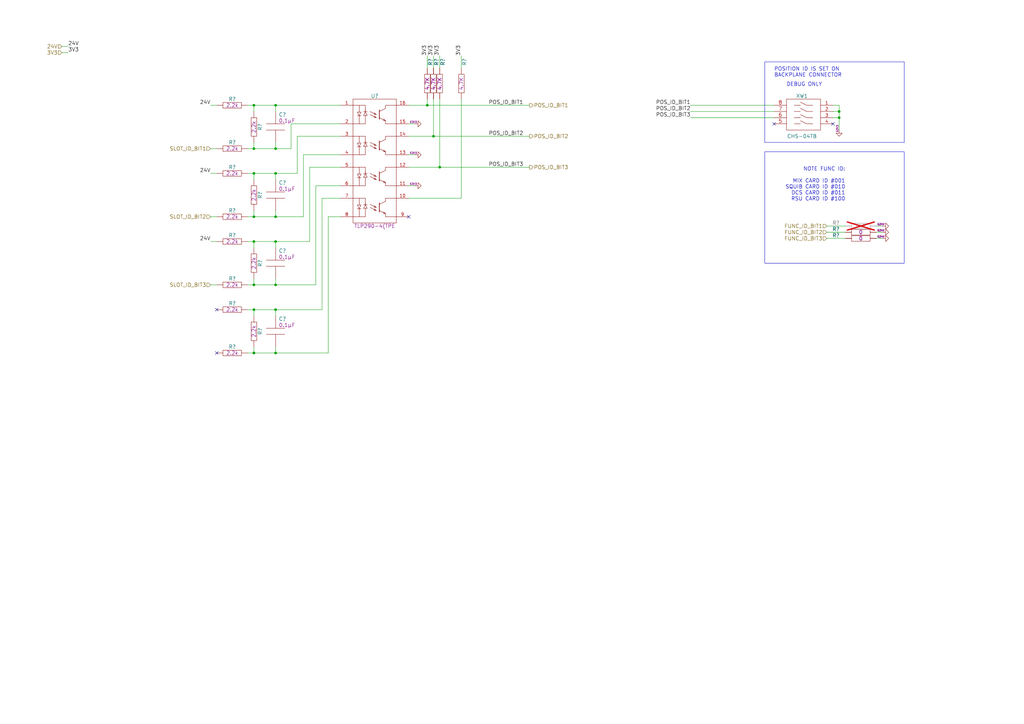
<source format=kicad_sch>
(kicad_sch (version 20230620) (generator eeschema)
  (paper "A3")
  (title_block (title "EOL ECU MIX CARD") (date "2023-09-26") (rev "0C") (company "ARXTRON TECHNOLOGIES") (comment 1 "A0180-V0") (comment 2 "PRJ22180") (comment 3 "EOL ECU RCM8 RCM9") (comment 4 "ANTON TOKARSKYI"))
  (lib_symbols
    (symbol "Capacitor_AVX:06035C104KAZ2A" (pin_numbers hide) (pin_names (offset 1.016))
      (property "Reference" "C" (at -5.08 1.27 90))
      (property "Nominal" "0.1µF" (at -2.54 1.27 90))
      (symbol "06035C104KAZ2A_0_1"
        (polyline (pts (xy -1.27 3.81) (xy -1.27 -3.81)))
        (polyline (pts (xy 1.27 3.81) (xy 1.27 -3.81)))
      )
      (symbol "06035C104KAZ2A_1_1"
        (pin passive line (at -6.35 0 0) (length 5.08) (name "~") (number "1"))
        (pin passive line (at 6.35 0 180) (length 5.08) (name "~") (number "2"))
      )
    )
    (symbol "CopalElectronics:CHS-04TB" (pin_names (offset 1.016))
      (property "Reference" "XW" (at 12.7 3.81 0))
      (property "ManufacturerPartNumber" "CHS-04TB" (at 11.43 -12.7 0))
      (symbol "CHS-04TB_0_1"
        (polyline (pts (xy 13.335 -7.62) (xy 15.875 -7.62)))
        (polyline (pts (xy 13.335 -5.08) (xy 15.875 -5.08)))
        (polyline (pts (xy 13.335 -2.54) (xy 15.875 -2.54)))
        (polyline (pts (xy 13.335 0) (xy 15.875 0)))
        (polyline (pts (xy 13.335 -6.35) (xy 10.795 -7.62) (xy 8.255 -7.62)))
        (polyline (pts (xy 13.335 -3.81) (xy 10.795 -5.08) (xy 8.255 -5.08)))
        (polyline (pts (xy 13.335 -1.27) (xy 10.795 -2.54) (xy 8.255 -2.54)))
        (polyline (pts (xy 13.335 1.27) (xy 10.795 0) (xy 8.255 0)))
        (rectangle (start 5.08 2.54) (end 19.05 -10.16))
      )
      (symbol "CHS-04TB_1_1"
        (pin passive line (at 0 0 0) (length 5.08) (name "~") (number "1"))
        (pin passive line (at 0 -2.54 0) (length 5.08) (name "~") (number "2"))
        (pin passive line (at 0 -5.08 0) (length 5.08) (name "~") (number "3"))
        (pin passive line (at 0 -7.62 0) (length 5.08) (name "~") (number "4"))
        (pin passive line (at 24.13 -7.62 180) (length 5.08) (name "~") (number "5"))
        (pin passive line (at 24.13 -5.08 180) (length 5.08) (name "~") (number "6"))
        (pin passive line (at 24.13 -2.54 180) (length 5.08) (name "~") (number "7"))
        (pin passive line (at 24.13 0 180) (length 5.08) (name "~") (number "8"))
      )
    )
    (symbol "Resistor_Yageo:RC0603FR-074K7L" (pin_numbers hide) (pin_names (offset 1.016))
      (property "Reference" "R" (at 0 2.54 0))
      (property "Nominal" "4.7K" (at 0 0 0))
      (symbol "RC0603FR-074K7L_1_1"
        (polyline (pts (xy -3.81 1.143) (xy 3.81 1.143) (xy 3.81 -1.143) (xy -3.81 -1.143) (xy -3.81 1.143)))
        (pin passive line (at -6.35 0 0) (length 2.54) (name "~") (number "1"))
        (pin passive line (at 6.35 0 180) (length 2.54) (name "~") (number "2"))
      )
    )
    (symbol "Resistor_Yageo:RC0603JR-070RL" (pin_numbers hide) (pin_names (offset 1.016))
      (property "Reference" "R" (at 0 2.54 0))
      (property "Nominal" "0" (at 0 0 0))
      (symbol "RC0603JR-070RL_1_1"
        (polyline (pts (xy -3.81 1.143) (xy 3.81 1.143) (xy 3.81 -1.143) (xy -3.81 -1.143) (xy -3.81 1.143)))
        (pin passive line (at -6.35 0 0) (length 2.54) (name "~") (number "1"))
        (pin passive line (at 6.35 0 180) (length 2.54) (name "~") (number "2"))
      )
    )
    (symbol "Resistor_Yageo:RC0603JR-072K2L" (pin_numbers hide) (pin_names (offset 1.016) hide)
      (property "Reference" "R" (at 0 2.54 0))
      (property "Nominal" "2.2k" (at 0 0 0))
      (symbol "RC0603JR-072K2L_1_1"
        (polyline (pts (xy -3.81 1.143) (xy 3.81 1.143) (xy 3.81 -1.143) (xy -3.81 -1.143) (xy -3.81 1.143)))
        (pin passive line (at -6.35 0 0) (length 2.54) (name "~") (number "1"))
        (pin passive line (at 6.35 0 180) (length 2.54) (name "~") (number "2"))
      )
    )
    (symbol "Toshiba:TLP290-4(TPE" (pin_names (offset 0.762) hide)
      (property "Reference" "U" (at 0 7.62 0))
      (property "ManufacturerPartNumber" "TLP290-4(TPE" (at 0 -45.72 0))
      (symbol "TLP290-4(TPE_0_1"
        (rectangle (start -8.89 6.35) (end 8.89 -44.45))
        (polyline (pts (xy -1.905 -38.1) (xy 0.635 -39.37)))
        (polyline (pts (xy -1.905 -36.83) (xy 0.635 -38.1)))
        (polyline (pts (xy -1.905 -25.4) (xy 0.635 -26.67)))
        (polyline (pts (xy -1.905 -24.13) (xy 0.635 -25.4)))
        (polyline (pts (xy -1.905 -12.7) (xy 0.635 -13.97)))
        (polyline (pts (xy -1.905 -11.43) (xy 0.635 -12.7)))
        (polyline (pts (xy -1.905 0) (xy 0.635 -1.27)))
        (polyline (pts (xy -1.905 1.27) (xy 0.635 0)))
        (polyline (pts (xy 0.635 -39.37) (xy -0.381 -39.243)))
        (polyline (pts (xy 0.635 -39.37) (xy -0.127 -38.608)))
        (polyline (pts (xy 0.635 -38.1) (xy -0.381 -37.973)))
        (polyline (pts (xy 0.635 -38.1) (xy -0.127 -37.338)))
        (polyline (pts (xy 0.635 -26.67) (xy -0.381 -26.543)))
        (polyline (pts (xy 0.635 -26.67) (xy -0.127 -25.908)))
        (polyline (pts (xy 0.635 -25.4) (xy -0.381 -25.273)))
        (polyline (pts (xy 0.635 -25.4) (xy -0.127 -24.638)))
        (polyline (pts (xy 0.635 -13.97) (xy -0.381 -13.843)))
        (polyline (pts (xy 0.635 -13.97) (xy -0.127 -13.208)))
        (polyline (pts (xy 0.635 -12.7) (xy -0.381 -12.573)))
        (polyline (pts (xy 0.635 -12.7) (xy -0.127 -11.938)))
        (polyline (pts (xy 0.635 -1.27) (xy -0.381 -1.143)))
        (polyline (pts (xy 0.635 -1.27) (xy -0.127 -0.508)))
        (polyline (pts (xy 0.635 0) (xy -0.381 0.127)))
        (polyline (pts (xy 0.635 0) (xy -0.127 0.762)))
        (polyline (pts (xy 1.905 -39.37) (xy 4.445 -40.64)))
        (polyline (pts (xy 1.905 -36.195) (xy 1.905 -40.005)) (stroke (width 0.254)))
        (polyline (pts (xy 1.905 -26.67) (xy 4.445 -27.94)))
        (polyline (pts (xy 1.905 -23.495) (xy 1.905 -27.305)) (stroke (width 0.254)))
        (polyline (pts (xy 1.905 -13.97) (xy 4.445 -15.24)))
        (polyline (pts (xy 1.905 -10.795) (xy 1.905 -14.605)) (stroke (width 0.254)))
        (polyline (pts (xy 1.905 -1.27) (xy 4.445 -2.54)))
        (polyline (pts (xy 1.905 1.905) (xy 1.905 -1.905)) (stroke (width 0.254)))
        (polyline (pts (xy 4.445 -40.64) (xy 3.429 -40.513)))
        (polyline (pts (xy 4.445 -40.64) (xy 3.683 -39.878)))
        (polyline (pts (xy 4.445 -35.56) (xy 1.905 -36.83)))
        (polyline (pts (xy 4.445 -27.94) (xy 3.429 -27.813)))
        (polyline (pts (xy 4.445 -27.94) (xy 3.683 -27.178)))
        (polyline (pts (xy 4.445 -22.86) (xy 1.905 -24.13)))
        (polyline (pts (xy 4.445 -15.24) (xy 3.429 -15.113)))
        (polyline (pts (xy 4.445 -15.24) (xy 3.683 -14.478)))
        (polyline (pts (xy 4.445 -10.16) (xy 1.905 -11.43)))
        (polyline (pts (xy 4.445 -2.54) (xy 3.429 -2.413)))
        (polyline (pts (xy 4.445 -2.54) (xy 3.683 -1.778)))
        (polyline (pts (xy 4.445 2.54) (xy 1.905 1.27)))
        (polyline (pts (xy 4.445 -40.64) (xy 4.445 -41.91) (xy 8.89 -41.91)))
        (polyline (pts (xy 4.445 -27.94) (xy 4.445 -29.21) (xy 8.89 -29.21)))
        (polyline (pts (xy 4.445 -15.24) (xy 4.445 -16.51) (xy 8.89 -16.51)))
        (polyline (pts (xy 4.445 -2.54) (xy 4.445 -3.81) (xy 8.89 -3.81)))
        (polyline (pts (xy 8.89 -34.29) (xy 4.445 -34.29) (xy 4.445 -35.56)))
        (polyline (pts (xy 8.89 -21.59) (xy 4.445 -21.59) (xy 4.445 -22.86)))
        (polyline (pts (xy 8.89 -8.89) (xy 4.445 -8.89) (xy 4.445 -10.16)))
        (polyline (pts (xy 8.89 3.81) (xy 4.445 3.81) (xy 4.445 2.54)))
      )
      (symbol "TLP290-4(TPE_1_1"
        (polyline (pts (xy -7.112 -38.608) (xy -5.588 -38.608)))
        (polyline (pts (xy -7.112 -25.908) (xy -5.588 -25.908)))
        (polyline (pts (xy -7.112 -13.208) (xy -5.588 -13.208)))
        (polyline (pts (xy -7.112 -0.508) (xy -5.588 -0.508)))
        (polyline (pts (xy -6.35 -38.608) (xy -6.35 -39.37)))
        (polyline (pts (xy -6.35 -25.908) (xy -6.35 -26.67)))
        (polyline (pts (xy -6.35 -13.208) (xy -6.35 -13.97)))
        (polyline (pts (xy -6.35 -0.508) (xy -6.35 -1.27)))
        (polyline (pts (xy -4.572 -36.957) (xy -3.048 -36.957)))
        (polyline (pts (xy -4.572 -24.257) (xy -3.048 -24.257)))
        (polyline (pts (xy -4.572 -11.557) (xy -3.048 -11.557)))
        (polyline (pts (xy -4.572 1.143) (xy -3.048 1.143)))
        (polyline (pts (xy -3.81 -36.957) (xy -3.81 -36.195)))
        (polyline (pts (xy -3.81 -24.257) (xy -3.81 -23.495)))
        (polyline (pts (xy -3.81 -11.557) (xy -3.81 -10.795)))
        (polyline (pts (xy -3.81 1.143) (xy -3.81 1.905)))
        (polyline (pts (xy -8.89 -34.29) (xy -6.35 -34.29) (xy -6.35 -37.084)))
        (polyline (pts (xy -8.89 -21.59) (xy -6.35 -21.59) (xy -6.35 -24.384)))
        (polyline (pts (xy -8.89 -8.89) (xy -6.35 -8.89) (xy -6.35 -11.684)))
        (polyline (pts (xy -8.89 3.81) (xy -6.35 3.81) (xy -6.35 1.016)))
        (polyline (pts (xy -6.35 -41.91) (xy -3.81 -41.91) (xy -3.81 -38.481)))
        (polyline (pts (xy -6.35 -39.37) (xy -6.35 -41.91) (xy -8.89 -41.91)))
        (polyline (pts (xy -6.35 -29.21) (xy -3.81 -29.21) (xy -3.81 -25.781)))
        (polyline (pts (xy -6.35 -26.67) (xy -6.35 -29.21) (xy -8.89 -29.21)))
        (polyline (pts (xy -6.35 -16.51) (xy -3.81 -16.51) (xy -3.81 -13.081)))
        (polyline (pts (xy -6.35 -13.97) (xy -6.35 -16.51) (xy -8.89 -16.51)))
        (polyline (pts (xy -6.35 -3.81) (xy -3.81 -3.81) (xy -3.81 -0.381)))
        (polyline (pts (xy -6.35 -1.27) (xy -6.35 -3.81) (xy -8.89 -3.81)))
        (polyline (pts (xy -3.81 -36.83) (xy -3.81 -34.29) (xy -6.35 -34.29)))
        (polyline (pts (xy -3.81 -24.13) (xy -3.81 -21.59) (xy -6.35 -21.59)))
        (polyline (pts (xy -3.81 -11.43) (xy -3.81 -8.89) (xy -6.35 -8.89)))
        (polyline (pts (xy -3.81 1.27) (xy -3.81 3.81) (xy -6.35 3.81)))
        (polyline (pts (xy -7.112 -37.084) (xy -5.588 -37.084) (xy -6.35 -38.481) (xy -7.112 -37.084)))
        (polyline (pts (xy -7.112 -24.384) (xy -5.588 -24.384) (xy -6.35 -25.781) (xy -7.112 -24.384)))
        (polyline (pts (xy -7.112 -11.684) (xy -5.588 -11.684) (xy -6.35 -13.081) (xy -7.112 -11.684)))
        (polyline (pts (xy -7.112 1.016) (xy -5.588 1.016) (xy -6.35 -0.381) (xy -7.112 1.016)))
        (polyline (pts (xy -4.572 -38.481) (xy -3.048 -38.481) (xy -3.81 -37.084) (xy -4.572 -38.481)))
        (polyline (pts (xy -4.572 -25.781) (xy -3.048 -25.781) (xy -3.81 -24.384) (xy -4.572 -25.781)))
        (polyline (pts (xy -4.572 -13.081) (xy -3.048 -13.081) (xy -3.81 -11.684) (xy -4.572 -13.081)))
        (polyline (pts (xy -4.572 -0.381) (xy -3.048 -0.381) (xy -3.81 1.016) (xy -4.572 -0.381)))
        (pin passive line (at -13.97 3.81 0) (length 5.08) (name "~") (number "1"))
        (pin passive line (at 13.97 -34.29 180) (length 5.08) (name "~") (number "10"))
        (pin passive line (at 13.97 -29.21 180) (length 5.08) (name "~") (number "11"))
        (pin passive line (at 13.97 -21.59 180) (length 5.08) (name "~") (number "12"))
        (pin passive line (at 13.97 -16.51 180) (length 5.08) (name "~") (number "13"))
        (pin passive line (at 13.97 -8.89 180) (length 5.08) (name "~") (number "14"))
        (pin passive line (at 13.97 -3.81 180) (length 5.08) (name "~") (number "15"))
        (pin passive line (at 13.97 3.81 180) (length 5.08) (name "~") (number "16"))
        (pin passive line (at -13.97 -3.81 0) (length 5.08) (name "~") (number "2"))
        (pin passive line (at -13.97 -8.89 0) (length 5.08) (name "~") (number "3"))
        (pin passive line (at -13.97 -16.51 0) (length 5.08) (name "~") (number "4"))
        (pin passive line (at -13.97 -21.59 0) (length 5.08) (name "~") (number "5"))
        (pin passive line (at -13.97 -29.21 0) (length 5.08) (name "~") (number "6"))
        (pin passive line (at -13.97 -34.29 0) (length 5.08) (name "~") (number "7"))
        (pin passive line (at -13.97 -41.91 0) (length 5.08) (name "~") (number "8"))
        (pin passive line (at 13.97 -41.91 180) (length 5.08) (name "~") (number "9"))
      )
    )
    (symbol "_power_symbol:GND_24V" (power) (pin_names (offset 0))
      (property "ShortName" "G24V" (at -0.762 0.635 90))
      (symbol "GND_24V_0_1"
        (polyline (pts (xy 0 0) (xy 0 -1.27) (xy 1.27 -1.27) (xy 0 -2.54) (xy -1.27 -1.27) (xy 0 -1.27)))
      )
      (symbol "GND_24V_1_1"
        (pin power_in line (at 0 0 270) (length 0) hide (name "GND_24V") (number "1"))
      )
    )
    (symbol "_power_symbol:GND_3V3" (power) (pin_names (offset 0))
      (property "ShortName" "G3V3" (at -0.762 0.635 90))
      (symbol "GND_3V3_0_1"
        (polyline (pts (xy 0 0) (xy 0 -1.27) (xy 1.27 -1.27) (xy 0 -2.54) (xy -1.27 -1.27) (xy 0 -1.27)))
      )
      (symbol "GND_3V3_1_1"
        (pin power_in line (at 0 0 270) (length 0) hide (name "GNDD") (number "1"))
      )
    )
  )
  (junction (at 104.14 144.78))
  (junction (at 104.14 88.9))
  (junction (at 177.8 55.88))
  (junction (at 113.03 144.78))
  (junction (at 104.14 43.18))
  (junction (at 113.03 116.84))
  (junction (at 175.26 43.18))
  (junction (at 104.14 127))
  (junction (at 113.03 99.06))
  (junction (at 104.14 71.12))
  (junction (at 113.03 71.12))
  (junction (at 104.14 60.96))
  (junction (at 113.03 43.18))
  (junction (at 113.03 60.96))
  (junction (at 113.03 88.9))
  (junction (at 344.17 45.72))
  (junction (at 104.14 99.06))
  (junction (at 344.17 48.26))
  (junction (at 113.03 127))
  (junction (at 180.34 68.58))
  (junction (at 104.14 116.84))
  (no_connect (at 88.9 144.78))
  (no_connect (at 341.63 50.8))
  (no_connect (at 317.5 50.8))
  (no_connect (at 167.64 88.9))
  (no_connect (at 88.9 127))
  (wire (pts (xy 113.03 60.96) (xy 113.03 58.42)))
  (wire (pts (xy 101.6 88.9) (xy 104.14 88.9)))
  (wire (pts (xy 104.14 88.9) (xy 104.14 86.36)))
  (wire (pts (xy 101.6 99.06) (xy 104.14 99.06)))
  (wire (pts (xy 101.6 116.84) (xy 104.14 116.84)))
  (wire (pts (xy 175.26 27.94) (xy 175.26 22.86)))
  (wire (pts (xy 339.09 95.25) (xy 346.71 95.25)))
  (wire (pts (xy 344.17 43.18) (xy 344.17 45.72)))
  (wire (pts (xy 359.41 97.79) (xy 361.95 97.79)))
  (wire (pts (xy 283.21 43.18) (xy 317.5 43.18)))
  (wire (pts (xy 341.63 48.26) (xy 344.17 48.26)))
  (wire (pts (xy 104.14 71.12) (xy 113.03 71.12)))
  (wire (pts (xy 113.03 127) (xy 132.08 127)))
  (polyline (pts (xy 313.69 25.4) (xy 313.69 58.42)))
  (wire (pts (xy 359.41 92.71) (xy 361.95 92.71)))
  (wire (pts (xy 167.64 50.8) (xy 170.18 50.8)))
  (wire (pts (xy 113.03 101.6) (xy 113.03 99.06)))
  (wire (pts (xy 113.03 88.9) (xy 113.03 86.36)))
  (wire (pts (xy 113.03 45.72) (xy 113.03 43.18)))
  (wire (pts (xy 180.34 27.94) (xy 180.34 22.86)))
  (wire (pts (xy 113.03 144.78) (xy 113.03 142.24)))
  (wire (pts (xy 104.14 101.6) (xy 104.14 99.06)))
  (wire (pts (xy 104.14 45.72) (xy 104.14 43.18)))
  (wire (pts (xy 344.17 45.72) (xy 344.17 48.26)))
  (wire (pts (xy 132.08 81.28) (xy 139.7 81.28)))
  (wire (pts (xy 113.03 73.66) (xy 113.03 71.12)))
  (wire (pts (xy 177.8 40.64) (xy 177.8 55.88)))
  (wire (pts (xy 101.6 144.78) (xy 104.14 144.78)))
  (wire (pts (xy 86.36 88.9) (xy 88.9 88.9)))
  (wire (pts (xy 113.03 129.54) (xy 113.03 127)))
  (wire (pts (xy 129.54 76.2) (xy 129.54 116.84)))
  (wire (pts (xy 113.03 43.18) (xy 139.7 43.18)))
  (wire (pts (xy 177.8 27.94) (xy 177.8 22.86)))
  (polyline (pts (xy 370.84 58.42) (xy 370.84 25.4)))
  (wire (pts (xy 101.6 60.96) (xy 104.14 60.96)))
  (wire (pts (xy 119.38 50.8) (xy 119.38 60.96)))
  (wire (pts (xy 113.03 116.84) (xy 113.03 114.3)))
  (wire (pts (xy 25.4 21.59) (xy 27.94 21.59)))
  (wire (pts (xy 167.64 76.2) (xy 170.18 76.2)))
  (wire (pts (xy 341.63 45.72) (xy 344.17 45.72)))
  (wire (pts (xy 113.03 116.84) (xy 129.54 116.84)))
  (wire (pts (xy 113.03 144.78) (xy 134.62 144.78)))
  (wire (pts (xy 101.6 43.18) (xy 104.14 43.18)))
  (wire (pts (xy 344.17 43.18) (xy 341.63 43.18)))
  (wire (pts (xy 180.34 68.58) (xy 217.17 68.58)))
  (wire (pts (xy 127 68.58) (xy 139.7 68.58)))
  (wire (pts (xy 167.64 55.88) (xy 177.8 55.88)))
  (wire (pts (xy 134.62 88.9) (xy 139.7 88.9)))
  (wire (pts (xy 113.03 88.9) (xy 124.46 88.9)))
  (wire (pts (xy 189.23 40.64) (xy 189.23 81.28)))
  (wire (pts (xy 104.14 144.78) (xy 104.14 142.24)))
  (wire (pts (xy 339.09 97.79) (xy 346.71 97.79)))
  (wire (pts (xy 104.14 60.96) (xy 113.03 60.96)))
  (wire (pts (xy 175.26 43.18) (xy 217.17 43.18)))
  (polyline (pts (xy 313.69 58.42) (xy 370.84 58.42)))
  (wire (pts (xy 167.64 43.18) (xy 175.26 43.18)))
  (wire (pts (xy 113.03 71.12) (xy 121.92 71.12)))
  (wire (pts (xy 180.34 40.64) (xy 180.34 68.58)))
  (wire (pts (xy 359.41 95.25) (xy 361.95 95.25)))
  (wire (pts (xy 104.14 116.84) (xy 104.14 114.3)))
  (wire (pts (xy 113.03 60.96) (xy 119.38 60.96)))
  (wire (pts (xy 127 68.58) (xy 127 99.06)))
  (wire (pts (xy 104.14 116.84) (xy 113.03 116.84)))
  (wire (pts (xy 86.36 116.84) (xy 88.9 116.84)))
  (wire (pts (xy 167.64 81.28) (xy 189.23 81.28)))
  (wire (pts (xy 121.92 71.12) (xy 121.92 55.88)))
  (wire (pts (xy 86.36 43.18) (xy 88.9 43.18)))
  (polyline (pts (xy 370.84 25.4) (xy 313.69 25.4)))
  (wire (pts (xy 86.36 60.96) (xy 88.9 60.96)))
  (wire (pts (xy 101.6 127) (xy 104.14 127)))
  (wire (pts (xy 129.54 76.2) (xy 139.7 76.2)))
  (wire (pts (xy 86.36 71.12) (xy 88.9 71.12)))
  (wire (pts (xy 101.6 71.12) (xy 104.14 71.12)))
  (wire (pts (xy 25.4 19.05) (xy 27.94 19.05)))
  (wire (pts (xy 124.46 63.5) (xy 139.7 63.5)))
  (wire (pts (xy 132.08 127) (xy 132.08 81.28)))
  (wire (pts (xy 86.36 99.06) (xy 88.9 99.06)))
  (wire (pts (xy 119.38 50.8) (xy 139.7 50.8)))
  (wire (pts (xy 339.09 92.71) (xy 346.71 92.71)))
  (wire (pts (xy 104.14 88.9) (xy 113.03 88.9)))
  (wire (pts (xy 189.23 27.94) (xy 189.23 22.86)))
  (wire (pts (xy 344.17 48.26) (xy 344.17 53.34)))
  (wire (pts (xy 104.14 73.66) (xy 104.14 71.12)))
  (wire (pts (xy 175.26 40.64) (xy 175.26 43.18)))
  (wire (pts (xy 104.14 99.06) (xy 113.03 99.06)))
  (wire (pts (xy 104.14 60.96) (xy 104.14 58.42)))
  (wire (pts (xy 104.14 129.54) (xy 104.14 127)))
  (wire (pts (xy 134.62 88.9) (xy 134.62 144.78)))
  (wire (pts (xy 167.64 63.5) (xy 170.18 63.5)))
  (wire (pts (xy 283.21 48.26) (xy 317.5 48.26)))
  (wire (pts (xy 177.8 55.88) (xy 217.17 55.88)))
  (wire (pts (xy 104.14 43.18) (xy 113.03 43.18)))
  (wire (pts (xy 104.14 127) (xy 113.03 127)))
  (wire (pts (xy 124.46 88.9) (xy 124.46 63.5)))
  (wire (pts (xy 283.21 45.72) (xy 317.5 45.72)))
  (wire (pts (xy 167.64 68.58) (xy 180.34 68.58)))
  (wire (pts (xy 121.92 55.88) (xy 139.7 55.88)))
  (wire (pts (xy 113.03 99.06) (xy 127 99.06)))
  (wire (pts (xy 104.14 144.78) (xy 113.03 144.78)))
  (rectangle (start 313.69 62.23) (end 370.84 107.95))
  (text "DEBUG ONLY" (at 322.58 35.56 0) (effects (font (size 1.524 1.524)) (justify left bottom)))
  (text "NOTE FUNC ID:\n\nMIX CARD ID #001\nSQUIB CARD ID #010\nDCS CARD ID #011\nRSU CARD ID #100" (at 346.71 82.55 0) (effects (font (size 1.524 1.524)) (justify right bottom)))
  (text "POSITION ID IS SET ON\nBACKPLANE CONNECTOR" (at 317.5 31.75 0) (effects (font (size 1.524 1.524)) (justify left bottom)))
  (label "3V3" (at 175.26 22.86 90) (effects (font (size 1.524 1.524))))
  (label "3V3" (at 177.8 22.86 90) (effects (font (size 1.524 1.524))))
  (label "3V3" (at 27.94 21.59 0) (effects (font (size 1.524 1.524))))
  (label "24V" (at 27.94 19.05 0) (effects (font (size 1.524 1.524))))
  (label "24V" (at 86.36 99.06 180) (effects (font (size 1.524 1.524))))
  (label "POS_ID_BIT2" (at 283.21 45.72 180) (effects (font (size 1.524 1.524))))
  (label "24V" (at 86.36 71.12 180) (effects (font (size 1.524 1.524))))
  (label "POS_ID_BIT1" (at 214.63 43.18 180) (effects (font (size 1.524 1.524))))
  (label "POS_ID_BIT3" (at 214.63 68.58 180) (effects (font (size 1.524 1.524))))
  (label "POS_ID_BIT1" (at 283.21 43.18 180) (effects (font (size 1.524 1.524))))
  (label "3V3" (at 189.23 22.86 90) (effects (font (size 1.524 1.524))))
  (label "3V3" (at 180.34 22.86 90) (effects (font (size 1.524 1.524))))
  (label "24V" (at 86.36 43.18 180) (effects (font (size 1.524 1.524))))
  (label "POS_ID_BIT2" (at 214.63 55.88 180) (effects (font (size 1.524 1.524))))
  (label "POS_ID_BIT3" (at 283.21 48.26 180) (effects (font (size 1.524 1.524))))
  (hierarchical_label "POS_ID_BIT1" (shape output) (at 217.17 43.18 0) (effects (font (size 1.524 1.524))))
  (hierarchical_label "FUNC_ID_BIT3" (shape input) (at 339.09 97.79 180) (effects (font (size 1.524 1.524))))
  (hierarchical_label "3V3" (shape input) (at 25.4 21.59 180) (effects (font (size 1.524 1.524))))
  (hierarchical_label "SLOT_ID_BIT2" (shape input) (at 86.36 88.9 180) (effects (font (size 1.524 1.524))))
  (hierarchical_label "POS_ID_BIT2" (shape output) (at 217.17 55.88 0) (effects (font (size 1.524 1.524))))
  (hierarchical_label "SLOT_ID_BIT3" (shape input) (at 86.36 116.84 180) (effects (font (size 1.524 1.524))))
  (hierarchical_label "SLOT_ID_BIT1" (shape input) (at 86.36 60.96 180) (effects (font (size 1.524 1.524))))
  (hierarchical_label "POS_ID_BIT3" (shape output) (at 217.17 68.58 0) (effects (font (size 1.524 1.524))))
  (hierarchical_label "FUNC_ID_BIT2" (shape input) (at 339.09 95.25 180) (effects (font (size 1.524 1.524))))
  (hierarchical_label "FUNC_ID_BIT1" (shape input) (at 339.09 92.71 180) (effects (font (size 1.524 1.524))))
  (hierarchical_label "24V" (shape input) (at 25.4 19.05 180) (effects (font (size 1.524 1.524))))
  (symbol (lib_id "Resistor_Yageo:RC0603FR-074K7L") (at 175.26 34.29 270) (unit 1)
    (property "Reference" "R?" (at 176.53 25.4 0) (effects (font (size 1.524 1.524))))
    (property "Value" "RC0603FR-074K7L" (effects hide))
    (property "Footprint" "Resistor_Yageo_RC:RESC1608X65N" (effects hide))
    (property "Description" "RES SMD 4.7K OHM 1% 1/10W 0603" (effects hide))
    (property "SupplierDevicePackage" "R0603" (effects hide))
    (property "ManufacturerPartNumber" "RC0603FR-074K7L" (effects hide))
    (property "SupllierPartNumber" "311-4.7KARCT-ND" (effects hide))
    (property "Supplier" "Digi-Key" (effects hide))
    (property "Power" "1/10W" (effects hide))
    (property "Nominal" "4.7K" (at 175.26 34.29 0) (effects (font (size 1.524 1.524))))
    (property "Manufacturer" "Yageo" (effects hide))
    (property "Tolerance" "5%" (effects hide))
    (property "SupplierPartNumber" "311-4.70KHRTR-ND" (effects hide))
    (instances (project "A0180_eol_ecu_mix" (path "" (reference "R?") (unit 1)) (path "" (reference "R?") (unit 1)) (path "" (reference "R265") (unit 1))))
  )
  (symbol (lib_id "Resistor_Yageo:RC0603JR-072K2L") (at 104.14 52.07 270) (unit 1)
    (property "Reference" "R?" (at 106.68 52.07 0) (effects (font (size 1.524 1.524))))
    (property "Value" "RC0603JR-072K2L" (effects hide))
    (property "Footprint" "Resistor_Yageo_RC:RESC1608X65N" (effects hide))
    (property "Description" "RES SMD 2.2K OHM 5% 1/10W 0603" (effects hide))
    (property "Tolerance" "5%" (effects hide))
    (property "Nominal" "2.2k" (at 104.14 52.07 0) (effects (font (size 1.524 1.524))))
    (property "Power" "1/10W" (effects hide))
    (property "Supplier" "Digi-Key" (effects hide))
    (property "ManufacturerPartNumber" "RC0603JR-072K2L" (effects hide))
    (property "SupplierDevicePackage" "R0603" (effects hide))
    (property "SupllierPartNumber" "311-2.2KERCT-ND" (effects hide))
    (property "Manufacturer" "Yageo" (effects hide))
    (property "SupplierPartNumber" "311-2.2KGRCT-ND" (effects hide))
    (instances (project "A0180_eol_ecu_mix" (path "" (reference "R?") (unit 1)) (path "" (reference "R?") (unit 1)) (path "" (reference "R261") (unit 1))))
  )
  (symbol (lib_id "_power_symbol:GND_3V3") (at 170.18 50.8 90) (mirror x) (unit 1)
    (property "Reference" "#PWR087" (effects hide))
    (property "Value" "GNDD" (effects hide))
    (property "ShortName" "G3V3" (at 169.545 50.038 90) (effects (font (size 0.762 0.762))))
    (instances (project "A0180_eol_ecu_mix" (path "" (reference "#PWR087") (unit 1)) (path "" (reference "#PWR017") (unit 1)) (path "" (reference "#PWR070") (unit 1))))
  )
  (symbol (lib_id "_power_symbol:GND_24V") (at 361.95 97.79 90) (mirror x) (unit 1)
    (property "Reference" "#PWR017" (effects hide))
    (property "Value" "GND_24V" (effects hide))
    (property "Name" "GND_24V" (effects hide))
    (property "ShortName" "G24V" (at 361.315 97.028 90) (effects (font (size 0.762 0.762))))
  )
  (symbol (lib_id "_power_symbol:GND_24V") (at 361.95 95.25 90) (mirror x) (unit 1)
    (property "Reference" "#PWR067" (effects hide))
    (property "Value" "GND_24V" (effects hide))
    (property "Name" "GND_24V" (effects hide))
    (property "ShortName" "G24V" (at 361.315 94.488 90) (effects (font (size 0.762 0.762))))
  )
  (symbol (lib_id "Resistor_Yageo:RC0603FR-074K7L") (at 177.8 34.29 270) (unit 1)
    (property "Reference" "R?" (at 179.07 25.4 0) (effects (font (size 1.524 1.524))))
    (property "Value" "RC0603FR-074K7L" (effects hide))
    (property "Footprint" "Resistor_Yageo_RC:RESC1608X65N" (effects hide))
    (property "Description" "RES SMD 4.7K OHM 1% 1/10W 0603" (effects hide))
    (property "SupplierDevicePackage" "R0603" (effects hide))
    (property "ManufacturerPartNumber" "RC0603FR-074K7L" (effects hide))
    (property "SupllierPartNumber" "311-4.7KARCT-ND" (effects hide))
    (property "Supplier" "Digi-Key" (effects hide))
    (property "Power" "1/10W" (effects hide))
    (property "Nominal" "4.7K" (at 177.8 34.29 0) (effects (font (size 1.524 1.524))))
    (property "Manufacturer" "Yageo" (effects hide))
    (property "Tolerance" "5%" (effects hide))
    (property "SupplierPartNumber" "311-4.70KHRTR-ND" (effects hide))
    (instances (project "A0180_eol_ecu_mix" (path "" (reference "R?") (unit 1)) (path "" (reference "R?") (unit 1)) (path "" (reference "R266") (unit 1))))
  )
  (symbol (lib_id "Resistor_Yageo:RC0603JR-072K2L") (at 95.25 99.06 0) (unit 1)
    (property "Reference" "R?" (at 95.25 96.52 0) (effects (font (size 1.524 1.524))))
    (property "Value" "RC0603JR-072K2L" (effects hide))
    (property "Footprint" "Resistor_Yageo_RC:RESC1608X65N" (effects hide))
    (property "Description" "RES SMD 2.2K OHM 5% 1/10W 0603" (effects hide))
    (property "Nominal" "2.2k" (at 95.25 99.06 0) (effects (font (size 1.524 1.524))))
    (property "Power" "1/10W" (effects hide))
    (property "Supplier" "Digi-Key" (effects hide))
    (property "ManufacturerPartNumber" "RC0603JR-072K2L" (effects hide))
    (property "SupplierDevicePackage" "R0603" (effects hide))
    (property "SupplierPartNumber" "311-2.2KGRCT-ND" (effects hide))
    (property "Manufacturer" "Yageo" (effects hide))
    (property "Tolerance" "5%" (effects hide))
    (instances (project "A0180_eol_ecu_mix" (path "" (reference "R?") (unit 1)) (path "" (reference "R257") (unit 1))))
  )
  (symbol (lib_id "Capacitor_AVX:06035C104KAZ2A") (at 113.03 80.01 270) (unit 1)
    (property "Reference" "C?" (at 114.3 74.93 90) (effects (font (size 1.524 1.524)) (justify left)))
    (property "Value" "06035C104KAZ2A" (effects hide))
    (property "Footprint" "Capacitor_AVX:CAPC1608X90N" (effects hide))
    (property "Description" "CAP CER 0.1UF 50V X7R 0603" (effects hide))
    (property "Tolerance" "±10%" (effects hide))
    (property "Nominal" "0.1µF" (at 114.3 77.47 90) (effects (font (size 1.524 1.524)) (justify left)))
    (property "SupplierDevicePackage" "C0603" (effects hide))
    (property "Voltage" "50V" (effects hide))
    (property "SupllierPartNumber" "478-3352-1-ND" (effects hide))
    (property "Supplier" "Digi-Key" (effects hide))
    (property "ManufacturerPartNumber" "06035C104KAZ2A" (effects hide))
    (property "Manufacturer" "AVX Corporation" (effects hide))
    (property "Type" "X7R" (effects hide))
    (property "SupplierPartNumber" "478-3540-1-ND" (effects hide))
    (instances (project "A0180_eol_ecu_mix" (path "" (reference "C?") (unit 1)) (path "" (reference "C?") (unit 1)) (path "" (reference "C72") (unit 1))))
  )
  (symbol (lib_id "Resistor_Yageo:RC0603JR-070RL") (at 353.06 97.79 0) (mirror x) (unit 1)
    (property "Reference" "R?" (at 342.9 96.52 0) (effects (font (size 1.524 1.524))))
    (property "Value" "RC0603JR-070RL" (effects hide))
    (property "Footprint" "Resistor_Yageo_RC:RESC1608X65N" (effects hide))
    (property "Description" "RES SMD 0.0OHM JUMPER 1/10W 0603" (effects hide))
    (property "SupplierDevicePackage" "R0603" (effects hide))
    (property "ManufacturerPartNumber" "RC0603JR-070RL" (effects hide))
    (property "SupplierPartNumber" "311-0.0GRCT-ND" (effects hide))
    (property "Supplier" "Digi-Key" (effects hide))
    (property "Power" "1/10W" (effects hide))
    (property "Nominal" "0" (at 353.06 97.79 0) (effects (font (size 1.524 1.524))))
    (property "Manufacturer" "Yageo" (effects hide))
    (instances (project "A0180_eol_ecu_mix" (path "" (reference "R?") (unit 1)) (path "" (reference "R271") (unit 1))))
  )
  (symbol (lib_id "Resistor_Yageo:RC0603JR-072K2L") (at 95.25 88.9 0) (unit 1)
    (property "Reference" "R?" (at 95.25 86.36 0) (effects (font (size 1.524 1.524))))
    (property "Value" "RC0603JR-072K2L" (effects hide))
    (property "Footprint" "Resistor_Yageo_RC:RESC1608X65N" (effects hide))
    (property "Description" "RES SMD 2.2K OHM 5% 1/10W 0603" (effects hide))
    (property "Nominal" "2.2k" (at 95.25 88.9 0) (effects (font (size 1.524 1.524))))
    (property "Power" "1/10W" (effects hide))
    (property "Supplier" "Digi-Key" (effects hide))
    (property "ManufacturerPartNumber" "RC0603JR-072K2L" (effects hide))
    (property "SupplierDevicePackage" "R0603" (effects hide))
    (property "SupplierPartNumber" "311-2.2KGRCT-ND" (effects hide))
    (property "Manufacturer" "Yageo" (effects hide))
    (property "Tolerance" "5%" (effects hide))
    (instances (project "A0180_eol_ecu_mix" (path "" (reference "R?") (unit 1)) (path "" (reference "R256") (unit 1))))
  )
  (symbol (lib_id "Capacitor_AVX:06035C104KAZ2A") (at 113.03 107.95 270) (unit 1)
    (property "Reference" "C?" (at 114.3 102.87 90) (effects (font (size 1.524 1.524)) (justify left)))
    (property "Value" "06035C104KAZ2A" (effects hide))
    (property "Footprint" "Capacitor_AVX:CAPC1608X90N" (effects hide))
    (property "Description" "CAP CER 0.1UF 50V X7R 0603" (effects hide))
    (property "Tolerance" "±10%" (effects hide))
    (property "Nominal" "0.1µF" (at 114.3 105.41 90) (effects (font (size 1.524 1.524)) (justify left)))
    (property "SupplierDevicePackage" "C0603" (effects hide))
    (property "Voltage" "50V" (effects hide))
    (property "SupllierPartNumber" "478-3352-1-ND" (effects hide))
    (property "Supplier" "Digi-Key" (effects hide))
    (property "ManufacturerPartNumber" "06035C104KAZ2A" (effects hide))
    (property "Manufacturer" "AVX Corporation" (effects hide))
    (property "Type" "X7R" (effects hide))
    (property "SupplierPartNumber" "478-3540-1-ND" (effects hide))
    (instances (project "A0180_eol_ecu_mix" (path "" (reference "C?") (unit 1)) (path "" (reference "C?") (unit 1)) (path "" (reference "C73") (unit 1))))
  )
  (symbol (lib_id "Resistor_Yageo:RC0603FR-074K7L") (at 189.23 34.29 270) (unit 1)
    (property "Reference" "R?" (at 190.5 25.4 0) (effects (font (size 1.524 1.524))))
    (property "Value" "RC0603FR-074K7L" (effects hide))
    (property "Footprint" "Resistor_Yageo_RC:RESC1608X65N" (effects hide))
    (property "Description" "RES SMD 4.7K OHM 1% 1/10W 0603" (effects hide))
    (property "SupplierDevicePackage" "R0603" (effects hide))
    (property "ManufacturerPartNumber" "RC0603FR-074K7L" (effects hide))
    (property "SupllierPartNumber" "311-4.7KARCT-ND" (effects hide))
    (property "Supplier" "Digi-Key" (effects hide))
    (property "Power" "1/10W" (effects hide))
    (property "Nominal" "4.7K" (at 189.23 34.29 0) (effects (font (size 1.524 1.524))))
    (property "Manufacturer" "Yageo" (effects hide))
    (property "Tolerance" "5%" (effects hide))
    (property "SupplierPartNumber" "311-4.70KHRTR-ND" (effects hide))
    (instances (project "A0180_eol_ecu_mix" (path "" (reference "R?") (unit 1)) (path "" (reference "R?") (unit 1)) (path "" (reference "R268") (unit 1))))
  )
  (symbol (lib_id "Capacitor_AVX:06035C104KAZ2A") (at 113.03 135.89 270) (unit 1)
    (property "Reference" "C?" (at 114.3 130.81 90) (effects (font (size 1.524 1.524)) (justify left)))
    (property "Value" "06035C104KAZ2A" (effects hide))
    (property "Footprint" "Capacitor_AVX:CAPC1608X90N" (effects hide))
    (property "Description" "CAP CER 0.1UF 50V X7R 0603" (effects hide))
    (property "Tolerance" "±10%" (effects hide))
    (property "Nominal" "0.1µF" (at 114.3 133.35 90) (effects (font (size 1.524 1.524)) (justify left)))
    (property "SupplierDevicePackage" "C0603" (effects hide))
    (property "Voltage" "50V" (effects hide))
    (property "SupllierPartNumber" "478-3352-1-ND" (effects hide))
    (property "Supplier" "Digi-Key" (effects hide))
    (property "ManufacturerPartNumber" "06035C104KAZ2A" (effects hide))
    (property "Manufacturer" "AVX Corporation" (effects hide))
    (property "Type" "X7R" (effects hide))
    (property "SupplierPartNumber" "478-3540-1-ND" (effects hide))
    (instances (project "A0180_eol_ecu_mix" (path "" (reference "C?") (unit 1)) (path "" (reference "C?") (unit 1)) (path "" (reference "C74") (unit 1))))
  )
  (symbol (lib_id "Toshiba:TLP290-4(TPE") (at 153.67 46.99 0) (unit 1)
    (property "Reference" "U?" (at 153.67 39.37 0) (effects (font (size 1.524 1.524))))
    (property "Value" "TLP290-4(TPE" (effects hide))
    (property "Footprint" "_SOIC_SOP:SOIC127P600X126-16" (effects hide))
    (property "Description" "OPTOISOLTR 2.5KV 4CH TRANS 16-SO" (effects hide))
    (property "Manufacturer" "Toshiba Semiconductor and Storage" (effects hide))
    (property "Supplier" "Digi-Key" (effects hide))
    (property "ManufacturerPartNumber" "TLP290-4(TPE" (at 153.67 92.71 0) (effects (font (size 1.524 1.524))))
    (property "SupplierPartNumber" "TLP290-4(TPECT-ND" (effects hide))
    (instances (project "A0180_eol_ecu_mix" (path "" (reference "U?") (unit 1)) (path "" (reference "U?") (unit 1)) (path "" (reference "U?") (unit 1)) (path "" (reference "U?") (unit 1)) (path "" (reference "U22") (unit 1))))
  )
  (symbol (lib_id "_power_symbol:GND_3V3") (at 170.18 63.5 90) (mirror x) (unit 1)
    (property "Reference" "#PWR088" (effects hide))
    (property "Value" "GNDD" (effects hide))
    (property "ShortName" "G3V3" (at 169.545 62.738 90) (effects (font (size 0.762 0.762))))
    (instances (project "A0180_eol_ecu_mix" (path "" (reference "#PWR088") (unit 1)) (path "" (reference "#PWR067") (unit 1)) (path "" (reference "#PWR071") (unit 1))))
  )
  (symbol (lib_id "Resistor_Yageo:RC0603JR-070RL") (at 353.06 95.25 0) (mirror x) (unit 1)
    (property "Reference" "R?" (at 342.9 93.98 0) (effects (font (size 1.524 1.524))))
    (property "Value" "RC0603JR-070RL" (effects hide))
    (property "Footprint" "Resistor_Yageo_RC:RESC1608X65N" (effects hide))
    (property "Description" "RES SMD 0.0OHM JUMPER 1/10W 0603" (effects hide))
    (property "SupplierDevicePackage" "R0603" (effects hide))
    (property "ManufacturerPartNumber" "RC0603JR-070RL" (effects hide))
    (property "SupplierPartNumber" "311-0.0GRCT-ND" (effects hide))
    (property "Supplier" "Digi-Key" (effects hide))
    (property "Power" "1/10W" (effects hide))
    (property "Nominal" "0" (at 353.06 95.25 0) (effects (font (size 1.524 1.524))))
    (property "Manufacturer" "Yageo" (effects hide))
    (instances (project "A0180_eol_ecu_mix" (path "" (reference "R?") (unit 1)) (path "" (reference "R270") (unit 1))))
  )
  (symbol (lib_id "Resistor_Yageo:RC0603JR-072K2L") (at 95.25 60.96 0) (unit 1)
    (property "Reference" "R?" (at 95.25 58.42 0) (effects (font (size 1.524 1.524))))
    (property "Value" "RC0603JR-072K2L" (effects hide))
    (property "Footprint" "Resistor_Yageo_RC:RESC1608X65N" (effects hide))
    (property "Description" "RES SMD 2.2K OHM 5% 1/10W 0603" (effects hide))
    (property "Nominal" "2.2k" (at 95.25 60.96 0) (effects (font (size 1.524 1.524))))
    (property "Power" "1/10W" (effects hide))
    (property "Supplier" "Digi-Key" (effects hide))
    (property "ManufacturerPartNumber" "RC0603JR-072K2L" (effects hide))
    (property "SupplierDevicePackage" "R0603" (effects hide))
    (property "SupplierPartNumber" "311-2.2KGRCT-ND" (effects hide))
    (property "Manufacturer" "Yageo" (effects hide))
    (property "Tolerance" "5%" (effects hide))
    (instances (project "A0180_eol_ecu_mix" (path "" (reference "R?") (unit 1)) (path "" (reference "R254") (unit 1))))
  )
  (symbol (lib_id "_power_symbol:GND_3V3") (at 344.17 53.34 0) (unit 1)
    (property "Reference" "#PWR?" (effects hide))
    (property "Value" "GNDD" (effects hide))
    (property "ShortName" "G3V3" (at 343.408 52.705 90) (effects (font (size 0.762 0.762))))
    (instances (project "A0180_eol_ecu_mix" (path "" (reference "#PWR?") (unit 1)) (path "" (reference "#PWR0157") (unit 1)) (path "" (reference "#PWR075") (unit 1)) (path "" (reference "#PWR075") (unit 1))))
  )
  (symbol (lib_id "CopalElectronics:CHS-04TB") (at 341.63 43.18 0) (mirror y) (unit 1)
    (property "Reference" "XW1" (at 328.93 39.37 0) (effects (font (size 1.524 1.524))))
    (property "Value" "CHS-04TB" (at 328.93 55.88 0) (effects (font (size 1.524 1.524))))
    (property "Footprint" "_Copal:COPAL_CHS-04TB" (effects hide))
    (property "Description" "Dip Switch SPST 4 Position Surface Mount Slide (Standard) Actuator 100mA 6VDC" (effects hide))
    (property "SupplierDevicePackage" "Surface Mount" (effects hide))
    (property "ManufacturerPartNumber" "CHS-04TB" (effects hide))
    (property "SupllierPartNumber" "563-1008-1-ND" (effects hide))
    (property "Supplier" "Digi-Key" (effects hide))
    (property "Manufacturer" "Copal Electronics Inc." (effects hide))
    (property "SupplierPartNumber" "563-1008-1-ND" (effects hide))
    (instances (project "A0180_eol_ecu_mix" (path "" (reference "XW1") (unit 1)) (path "" (reference "XW?") (unit 1)) (path "" (reference "XW1") (unit 1))))
  )
  (symbol (lib_id "Resistor_Yageo:RC0603JR-070RL") (at 353.06 92.71 0) (mirror x) (unit 1) (dnp yes)
    (property "Reference" "R?" (at 342.9 91.44 0) (effects (font (size 1.524 1.524))))
    (property "Value" "RC0603JR-070RL" (effects hide))
    (property "Footprint" "Resistor_Yageo_RC:RESC1608X65N" (effects hide))
    (property "Description" "RES SMD 0.0OHM JUMPER 1/10W 0603" (effects hide))
    (property "SupplierDevicePackage" "R0603" (effects hide))
    (property "ManufacturerPartNumber" "RC0603JR-070RL" (effects hide))
    (property "SupplierPartNumber" "311-0.0GRCT-ND" (effects hide))
    (property "Supplier" "Digi-Key" (effects hide))
    (property "Power" "1/10W" (effects hide))
    (property "Nominal" "0" (effects hide))
    (property "Manufacturer" "Yageo" (effects hide))
    (property "fit_field" "DNP" (at 353.06 92.71 0))
    (instances (project "A0180_eol_ecu_mix" (path "" (reference "R?") (unit 1)) (path "" (reference "R269") (unit 1))))
  )
  (symbol (lib_id "Resistor_Yageo:RC0603JR-072K2L") (at 95.25 116.84 0) (unit 1)
    (property "Reference" "R?" (at 95.25 114.3 0) (effects (font (size 1.524 1.524))))
    (property "Value" "RC0603JR-072K2L" (effects hide))
    (property "Footprint" "Resistor_Yageo_RC:RESC1608X65N" (effects hide))
    (property "Description" "RES SMD 2.2K OHM 5% 1/10W 0603" (effects hide))
    (property "Nominal" "2.2k" (at 95.25 116.84 0) (effects (font (size 1.524 1.524))))
    (property "Power" "1/10W" (effects hide))
    (property "Supplier" "Digi-Key" (effects hide))
    (property "ManufacturerPartNumber" "RC0603JR-072K2L" (effects hide))
    (property "SupplierDevicePackage" "R0603" (effects hide))
    (property "SupplierPartNumber" "311-2.2KGRCT-ND" (effects hide))
    (property "Manufacturer" "Yageo" (effects hide))
    (property "Tolerance" "5%" (effects hide))
    (instances (project "A0180_eol_ecu_mix" (path "" (reference "R?") (unit 1)) (path "" (reference "R258") (unit 1))))
  )
  (symbol (lib_id "Resistor_Yageo:RC0603FR-074K7L") (at 180.34 34.29 270) (unit 1)
    (property "Reference" "R?" (at 181.61 25.4 0) (effects (font (size 1.524 1.524))))
    (property "Value" "RC0603FR-074K7L" (effects hide))
    (property "Footprint" "Resistor_Yageo_RC:RESC1608X65N" (effects hide))
    (property "Description" "RES SMD 4.7K OHM 1% 1/10W 0603" (effects hide))
    (property "SupplierDevicePackage" "R0603" (effects hide))
    (property "ManufacturerPartNumber" "RC0603FR-074K7L" (effects hide))
    (property "SupllierPartNumber" "311-4.7KARCT-ND" (effects hide))
    (property "Supplier" "Digi-Key" (effects hide))
    (property "Power" "1/10W" (effects hide))
    (property "Nominal" "4.7K" (at 180.34 34.29 0) (effects (font (size 1.524 1.524))))
    (property "Manufacturer" "Yageo" (effects hide))
    (property "Tolerance" "5%" (effects hide))
    (property "SupplierPartNumber" "311-4.70KHRTR-ND" (effects hide))
    (instances (project "A0180_eol_ecu_mix" (path "" (reference "R?") (unit 1)) (path "" (reference "R?") (unit 1)) (path "" (reference "R267") (unit 1))))
  )
  (symbol (lib_id "_power_symbol:GND_3V3") (at 170.18 76.2 90) (mirror x) (unit 1)
    (property "Reference" "#PWR089" (effects hide))
    (property "Value" "GNDD" (effects hide))
    (property "ShortName" "G3V3" (at 169.545 75.438 90) (effects (font (size 0.762 0.762))))
    (instances (project "A0180_eol_ecu_mix" (path "" (reference "#PWR089") (unit 1)) (path "" (reference "#PWR068") (unit 1)) (path "" (reference "#PWR072") (unit 1))))
  )
  (symbol (lib_id "Resistor_Yageo:RC0603JR-072K2L") (at 95.25 43.18 0) (unit 1)
    (property "Reference" "R?" (at 95.25 40.64 0) (effects (font (size 1.524 1.524))))
    (property "Value" "RC0603JR-072K2L" (effects hide))
    (property "Footprint" "Resistor_Yageo_RC:RESC1608X65N" (effects hide))
    (property "Description" "RES SMD 2.2K OHM 5% 1/10W 0603" (effects hide))
    (property "Nominal" "2.2k" (at 95.25 43.18 0) (effects (font (size 1.524 1.524))))
    (property "Power" "1/10W" (effects hide))
    (property "Supplier" "Digi-Key" (effects hide))
    (property "ManufacturerPartNumber" "RC0603JR-072K2L" (effects hide))
    (property "SupplierDevicePackage" "R0603" (effects hide))
    (property "SupplierPartNumber" "311-2.2KGRCT-ND" (effects hide))
    (property "Manufacturer" "Yageo" (effects hide))
    (property "Tolerance" "5%" (effects hide))
    (instances (project "A0180_eol_ecu_mix" (path "" (reference "R?") (unit 1)) (path "" (reference "R253") (unit 1))))
  )
  (symbol (lib_id "Resistor_Yageo:RC0603JR-072K2L") (at 104.14 135.89 270) (unit 1)
    (property "Reference" "R?" (at 106.68 135.89 0) (effects (font (size 1.524 1.524))))
    (property "Value" "RC0603JR-072K2L" (effects hide))
    (property "Footprint" "Resistor_Yageo_RC:RESC1608X65N" (effects hide))
    (property "Description" "RES SMD 2.2K OHM 5% 1/10W 0603" (effects hide))
    (property "Tolerance" "5%" (effects hide))
    (property "Nominal" "2.2k" (at 104.14 135.89 0) (effects (font (size 1.524 1.524))))
    (property "Power" "1/10W" (effects hide))
    (property "Supplier" "Digi-Key" (effects hide))
    (property "ManufacturerPartNumber" "RC0603JR-072K2L" (effects hide))
    (property "SupplierDevicePackage" "R0603" (effects hide))
    (property "SupllierPartNumber" "311-2.2KERCT-ND" (effects hide))
    (property "Manufacturer" "Yageo" (effects hide))
    (property "SupplierPartNumber" "311-2.2KGRCT-ND" (effects hide))
    (instances (project "A0180_eol_ecu_mix" (path "" (reference "R?") (unit 1)) (path "" (reference "R?") (unit 1)) (path "" (reference "R264") (unit 1))))
  )
  (symbol (lib_id "Resistor_Yageo:RC0603JR-072K2L") (at 104.14 107.95 270) (unit 1)
    (property "Reference" "R?" (at 106.68 107.95 0) (effects (font (size 1.524 1.524))))
    (property "Value" "RC0603JR-072K2L" (effects hide))
    (property "Footprint" "Resistor_Yageo_RC:RESC1608X65N" (effects hide))
    (property "Description" "RES SMD 2.2K OHM 5% 1/10W 0603" (effects hide))
    (property "Tolerance" "5%" (effects hide))
    (property "Nominal" "2.2k" (at 104.14 107.95 0) (effects (font (size 1.524 1.524))))
    (property "Power" "1/10W" (effects hide))
    (property "Supplier" "Digi-Key" (effects hide))
    (property "ManufacturerPartNumber" "RC0603JR-072K2L" (effects hide))
    (property "SupplierDevicePackage" "R0603" (effects hide))
    (property "SupllierPartNumber" "311-2.2KERCT-ND" (effects hide))
    (property "Manufacturer" "Yageo" (effects hide))
    (property "SupplierPartNumber" "311-2.2KGRCT-ND" (effects hide))
    (instances (project "A0180_eol_ecu_mix" (path "" (reference "R?") (unit 1)) (path "" (reference "R?") (unit 1)) (path "" (reference "R263") (unit 1))))
  )
  (symbol (lib_id "Resistor_Yageo:RC0603JR-072K2L") (at 95.25 71.12 0) (unit 1)
    (property "Reference" "R?" (at 95.25 68.58 0) (effects (font (size 1.524 1.524))))
    (property "Value" "RC0603JR-072K2L" (effects hide))
    (property "Footprint" "Resistor_Yageo_RC:RESC1608X65N" (effects hide))
    (property "Description" "RES SMD 2.2K OHM 5% 1/10W 0603" (effects hide))
    (property "Nominal" "2.2k" (at 95.25 71.12 0) (effects (font (size 1.524 1.524))))
    (property "Power" "1/10W" (effects hide))
    (property "Supplier" "Digi-Key" (effects hide))
    (property "ManufacturerPartNumber" "RC0603JR-072K2L" (effects hide))
    (property "SupplierDevicePackage" "R0603" (effects hide))
    (property "SupplierPartNumber" "311-2.2KGRCT-ND" (effects hide))
    (property "Manufacturer" "Yageo" (effects hide))
    (property "Tolerance" "5%" (effects hide))
    (instances (project "A0180_eol_ecu_mix" (path "" (reference "R?") (unit 1)) (path "" (reference "R255") (unit 1))))
  )
  (symbol (lib_id "_power_symbol:GND_24V") (at 361.95 92.71 90) (mirror x) (unit 1)
    (property "Reference" "#PWR068" (effects hide))
    (property "Value" "GND_24V" (effects hide))
    (property "Name" "GND_24V" (effects hide))
    (property "ShortName" "G24V" (at 361.315 91.948 90) (effects (font (size 0.762 0.762))))
  )
  (symbol (lib_id "Capacitor_AVX:06035C104KAZ2A") (at 113.03 52.07 270) (unit 1)
    (property "Reference" "C?" (at 114.3 46.99 90) (effects (font (size 1.524 1.524)) (justify left)))
    (property "Value" "06035C104KAZ2A" (effects hide))
    (property "Footprint" "Capacitor_AVX:CAPC1608X90N" (effects hide))
    (property "Description" "CAP CER 0.1UF 50V X7R 0603" (effects hide))
    (property "Tolerance" "±10%" (effects hide))
    (property "Nominal" "0.1µF" (at 114.3 49.53 90) (effects (font (size 1.524 1.524)) (justify left)))
    (property "SupplierDevicePackage" "C0603" (effects hide))
    (property "Voltage" "50V" (effects hide))
    (property "SupllierPartNumber" "478-3352-1-ND" (effects hide))
    (property "Supplier" "Digi-Key" (effects hide))
    (property "ManufacturerPartNumber" "06035C104KAZ2A" (effects hide))
    (property "Manufacturer" "AVX Corporation" (effects hide))
    (property "Type" "X7R" (effects hide))
    (property "SupplierPartNumber" "478-3540-1-ND" (effects hide))
    (instances (project "A0180_eol_ecu_mix" (path "" (reference "C?") (unit 1)) (path "" (reference "C?") (unit 1)) (path "" (reference "C71") (unit 1))))
  )
  (symbol (lib_id "Resistor_Yageo:RC0603JR-072K2L") (at 104.14 80.01 270) (unit 1)
    (property "Reference" "R?" (at 106.68 80.01 0) (effects (font (size 1.524 1.524))))
    (property "Value" "RC0603JR-072K2L" (effects hide))
    (property "Footprint" "Resistor_Yageo_RC:RESC1608X65N" (effects hide))
    (property "Description" "RES SMD 2.2K OHM 5% 1/10W 0603" (effects hide))
    (property "Tolerance" "5%" (effects hide))
    (property "Nominal" "2.2k" (at 104.14 80.01 0) (effects (font (size 1.524 1.524))))
    (property "Power" "1/10W" (effects hide))
    (property "Supplier" "Digi-Key" (effects hide))
    (property "ManufacturerPartNumber" "RC0603JR-072K2L" (effects hide))
    (property "SupplierDevicePackage" "R0603" (effects hide))
    (property "SupllierPartNumber" "311-2.2KERCT-ND" (effects hide))
    (property "Manufacturer" "Yageo" (effects hide))
    (property "SupplierPartNumber" "311-2.2KGRCT-ND" (effects hide))
    (instances (project "A0180_eol_ecu_mix" (path "" (reference "R?") (unit 1)) (path "" (reference "R?") (unit 1)) (path "" (reference "R262") (unit 1))))
  )
  (symbol (lib_id "Resistor_Yageo:RC0603JR-072K2L") (at 95.25 127 0) (unit 1)
    (property "Reference" "R?" (at 95.25 124.46 0) (effects (font (size 1.524 1.524))))
    (property "Value" "RC0603JR-072K2L" (effects hide))
    (property "Footprint" "Resistor_Yageo_RC:RESC1608X65N" (effects hide))
    (property "Description" "RES SMD 2.2K OHM 5% 1/10W 0603" (effects hide))
    (property "Nominal" "2.2k" (at 95.25 127 0) (effects (font (size 1.524 1.524))))
    (property "Power" "1/10W" (effects hide))
    (property "Supplier" "Digi-Key" (effects hide))
    (property "ManufacturerPartNumber" "RC0603JR-072K2L" (effects hide))
    (property "SupplierDevicePackage" "R0603" (effects hide))
    (property "SupplierPartNumber" "311-2.2KGRCT-ND" (effects hide))
    (property "Manufacturer" "Yageo" (effects hide))
    (property "Tolerance" "5%" (effects hide))
    (instances (project "A0180_eol_ecu_mix" (path "" (reference "R?") (unit 1)) (path "" (reference "R259") (unit 1))))
  )
  (symbol (lib_id "Resistor_Yageo:RC0603JR-072K2L") (at 95.25 144.78 0) (unit 1)
    (property "Reference" "R?" (at 95.25 142.24 0) (effects (font (size 1.524 1.524))))
    (property "Value" "RC0603JR-072K2L" (effects hide))
    (property "Footprint" "Resistor_Yageo_RC:RESC1608X65N" (effects hide))
    (property "Description" "RES SMD 2.2K OHM 5% 1/10W 0603" (effects hide))
    (property "Nominal" "2.2k" (at 95.25 144.78 0) (effects (font (size 1.524 1.524))))
    (property "Power" "1/10W" (effects hide))
    (property "Supplier" "Digi-Key" (effects hide))
    (property "ManufacturerPartNumber" "RC0603JR-072K2L" (effects hide))
    (property "SupplierDevicePackage" "R0603" (effects hide))
    (property "SupplierPartNumber" "311-2.2KGRCT-ND" (effects hide))
    (property "Manufacturer" "Yageo" (effects hide))
    (property "Tolerance" "5%" (effects hide))
    (instances (project "A0180_eol_ecu_mix" (path "" (reference "R?") (unit 1)) (path "" (reference "R260") (unit 1))))
  )
)
</source>
